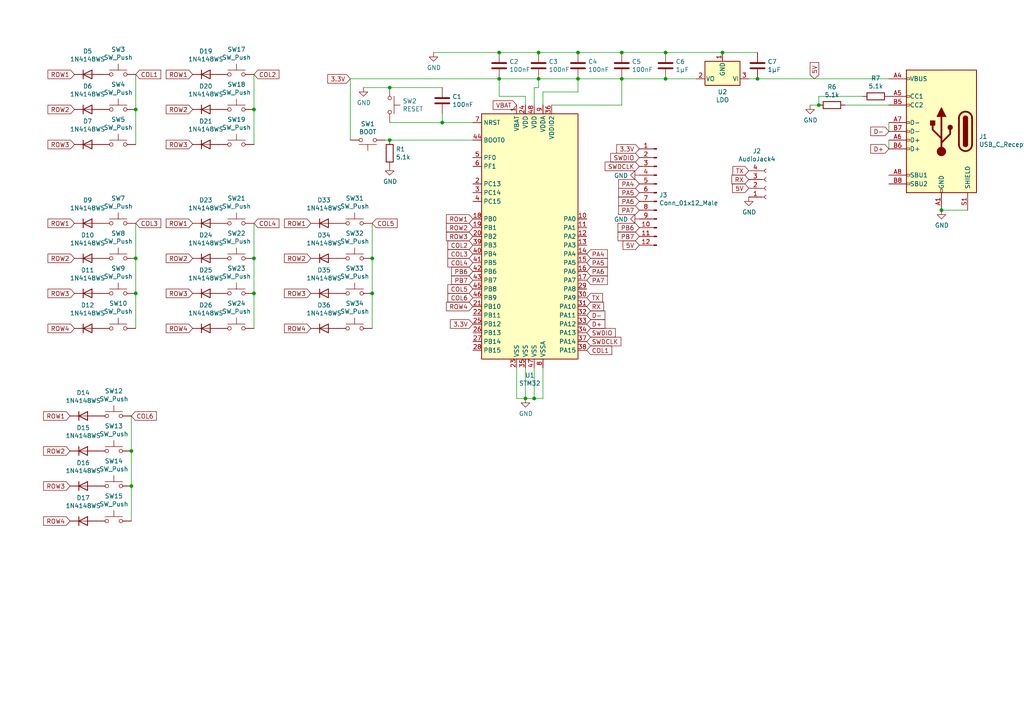
<source format=kicad_sch>
(kicad_sch (version 20230121) (generator eeschema)
  (paper "A4")
  (lib_symbols
    (symbol "Device:C" (pin_numbers hide) (pin_names (offset 0.254))
      (property "Reference" "C" (at 0.635 2.54 0))
      (property "Value" "C" (at 0.635 -2.54 0))
      (symbol "C_0_1"
        (polyline (pts (xy -2.032 -0.762) (xy 2.032 -0.762)) (stroke (width 0.508)))
        (polyline (pts (xy -2.032 0.762) (xy 2.032 0.762)) (stroke (width 0.508)))
      )
      (symbol "C_1_1"
        (pin passive line (at 0 3.81 270) (length 2.794) (name "~") (number "1"))
        (pin passive line (at 0 -3.81 90) (length 2.794) (name "~") (number "2"))
      )
    )
    (symbol "Device:R" (pin_numbers hide) (pin_names (offset 0))
      (property "Reference" "R" (at 2.032 0 90))
      (property "Value" "R" (at 0 0 90))
      (symbol "R_0_1"
        (rectangle (start -1.016 -2.54) (end 1.016 2.54) (stroke (width 0.254)))
      )
      (symbol "R_1_1"
        (pin passive line (at 0 3.81 270) (length 1.27) (name "~") (number "1"))
        (pin passive line (at 0 -3.81 90) (length 1.27) (name "~") (number "2"))
      )
    )
    (symbol "Diode:1N4148WS" (pin_numbers hide) (pin_names hide)
      (property "Reference" "D" (at 0 2.54 0))
      (property "Value" "1N4148WS" (at 0 -2.54 0))
      (symbol "1N4148WS_0_1"
        (polyline (pts (xy -1.27 1.27) (xy -1.27 -1.27)) (stroke (width 0.254)))
        (polyline (pts (xy 1.27 0) (xy -1.27 0)))
        (polyline (pts (xy 1.27 1.27) (xy 1.27 -1.27) (xy -1.27 0) (xy 1.27 1.27)) (stroke (width 0.254)))
      )
      (symbol "1N4148WS_1_1"
        (pin passive line (at -3.81 0 0) (length 2.54) (name "K") (number "1"))
        (pin passive line (at 3.81 0 180) (length 2.54) (name "A") (number "2"))
      )
    )
    (symbol "Switch:SW_Push" (pin_numbers hide) (pin_names (offset 1.016) hide)
      (property "Reference" "SW" (at 1.27 2.54 0))
      (property "Value" "SW_Push" (at 0 -1.524 0))
      (symbol "SW_Push_0_1"
        (circle (center -2.032 0) (radius 0.508))
        (polyline (pts (xy 0 1.27) (xy 0 3.048)))
        (polyline (pts (xy 2.54 1.27) (xy -2.54 1.27)))
        (circle (center 2.032 0) (radius 0.508))
        (pin passive line (at -5.08 0 0) (length 2.54) (name "1") (number "1"))
        (pin passive line (at 5.08 0 180) (length 2.54) (name "2") (number "2"))
      )
    )
    (symbol "power:GND" (power) (pin_names (offset 0))
      (property "Value" "GND" (at 0 -3.81 0))
      (symbol "GND_0_1"
        (polyline (pts (xy 0 0) (xy 0 -1.27) (xy 1.27 -1.27) (xy 0 -2.54) (xy -1.27 -1.27) (xy 0 -1.27)))
      )
      (symbol "GND_1_1"
        (pin power_in line (at 0 0 270) (length 0) hide (name "GND") (number "1"))
      )
    )
    (symbol "right-rescue:Conn_01x04_Female-Connector" (pin_names (offset 1.016) hide)
      (property "Reference" "J" (at 0 5.08 0))
      (property "Value" "Connector_Conn_01x04_Female" (at 0 -7.62 0))
      (symbol "Conn_01x04_Female-Connector_1_1"
        (arc (start 0 -4.572) (mid -0.5058 -5.08) (end 0 -5.588) (stroke (width 0.1524)))
        (arc (start 0 -2.032) (mid -0.5058 -2.54) (end 0 -3.048) (stroke (width 0.1524)))
        (polyline (pts (xy -1.27 -5.08) (xy -0.508 -5.08)) (stroke (width 0.1524)))
        (polyline (pts (xy -1.27 -2.54) (xy -0.508 -2.54)) (stroke (width 0.1524)))
        (polyline (pts (xy -1.27 0) (xy -0.508 0)) (stroke (width 0.1524)))
        (polyline (pts (xy -1.27 2.54) (xy -0.508 2.54)) (stroke (width 0.1524)))
        (arc (start 0 0.508) (mid -0.5058 0) (end 0 -0.508) (stroke (width 0.1524)))
        (arc (start 0 3.048) (mid -0.5058 2.54) (end 0 2.032) (stroke (width 0.1524)))
        (pin passive line (at -5.08 2.54 0) (length 3.81) (name "Pin_1") (number "1"))
        (pin passive line (at -5.08 0 0) (length 3.81) (name "Pin_2") (number "2"))
        (pin passive line (at -5.08 -2.54 0) (length 3.81) (name "Pin_3") (number "3"))
        (pin passive line (at -5.08 -5.08 0) (length 3.81) (name "Pin_4") (number "4"))
      )
    )
    (symbol "right-rescue:Conn_01x12_Male-Connector" (pin_names (offset 1.016) hide)
      (property "Reference" "J" (at 0 15.24 0))
      (property "Value" "Connector_Conn_01x12_Male" (at 0 -17.78 0))
      (symbol "Conn_01x12_Male-Connector_1_1"
        (polyline (pts (xy 1.27 -15.24) (xy 0.8636 -15.24)) (stroke (width 0.1524)))
        (polyline (pts (xy 1.27 -12.7) (xy 0.8636 -12.7)) (stroke (width 0.1524)))
        (polyline (pts (xy 1.27 -10.16) (xy 0.8636 -10.16)) (stroke (width 0.1524)))
        (polyline (pts (xy 1.27 -7.62) (xy 0.8636 -7.62)) (stroke (width 0.1524)))
        (polyline (pts (xy 1.27 -5.08) (xy 0.8636 -5.08)) (stroke (width 0.1524)))
        (polyline (pts (xy 1.27 -2.54) (xy 0.8636 -2.54)) (stroke (width 0.1524)))
        (polyline (pts (xy 1.27 0) (xy 0.8636 0)) (stroke (width 0.1524)))
        (polyline (pts (xy 1.27 2.54) (xy 0.8636 2.54)) (stroke (width 0.1524)))
        (polyline (pts (xy 1.27 5.08) (xy 0.8636 5.08)) (stroke (width 0.1524)))
        (polyline (pts (xy 1.27 7.62) (xy 0.8636 7.62)) (stroke (width 0.1524)))
        (polyline (pts (xy 1.27 10.16) (xy 0.8636 10.16)) (stroke (width 0.1524)))
        (polyline (pts (xy 1.27 12.7) (xy 0.8636 12.7)) (stroke (width 0.1524)))
        (rectangle (start 0.8636 -15.113) (end 0 -15.367) (stroke (width 0.1524)) (fill (type outline)))
        (rectangle (start 0.8636 -12.573) (end 0 -12.827) (stroke (width 0.1524)) (fill (type outline)))
        (rectangle (start 0.8636 -10.033) (end 0 -10.287) (stroke (width 0.1524)) (fill (type outline)))
        (rectangle (start 0.8636 -7.493) (end 0 -7.747) (stroke (width 0.1524)) (fill (type outline)))
        (rectangle (start 0.8636 -4.953) (end 0 -5.207) (stroke (width 0.1524)) (fill (type outline)))
        (rectangle (start 0.8636 -2.413) (end 0 -2.667) (stroke (width 0.1524)) (fill (type outline)))
        (rectangle (start 0.8636 0.127) (end 0 -0.127) (stroke (width 0.1524)) (fill (type outline)))
        (rectangle (start 0.8636 2.667) (end 0 2.413) (stroke (width 0.1524)) (fill (type outline)))
        (rectangle (start 0.8636 5.207) (end 0 4.953) (stroke (width 0.1524)) (fill (type outline)))
        (rectangle (start 0.8636 7.747) (end 0 7.493) (stroke (width 0.1524)) (fill (type outline)))
        (rectangle (start 0.8636 10.287) (end 0 10.033) (stroke (width 0.1524)) (fill (type outline)))
        (rectangle (start 0.8636 12.827) (end 0 12.573) (stroke (width 0.1524)) (fill (type outline)))
        (pin passive line (at 5.08 12.7 180) (length 3.81) (name "Pin_1") (number "1"))
        (pin passive line (at 5.08 -10.16 180) (length 3.81) (name "Pin_10") (number "10"))
        (pin passive line (at 5.08 -12.7 180) (length 3.81) (name "Pin_11") (number "11"))
        (pin passive line (at 5.08 -15.24 180) (length 3.81) (name "Pin_12") (number "12"))
        (pin passive line (at 5.08 10.16 180) (length 3.81) (name "Pin_2") (number "2"))
        (pin passive line (at 5.08 7.62 180) (length 3.81) (name "Pin_3") (number "3"))
        (pin passive line (at 5.08 5.08 180) (length 3.81) (name "Pin_4") (number "4"))
        (pin passive line (at 5.08 2.54 180) (length 3.81) (name "Pin_5") (number "5"))
        (pin passive line (at 5.08 0 180) (length 3.81) (name "Pin_6") (number "6"))
        (pin passive line (at 5.08 -2.54 180) (length 3.81) (name "Pin_7") (number "7"))
        (pin passive line (at 5.08 -5.08 180) (length 3.81) (name "Pin_8") (number "8"))
        (pin passive line (at 5.08 -7.62 180) (length 3.81) (name "Pin_9") (number "9"))
      )
    )
    (symbol "right-rescue:MCP1703A-3302_SOT23-Regulator_Linear" (pin_names (offset 0.254))
      (property "Reference" "U" (at -3.81 3.175 0))
      (property "Value" "Regulator_Linear_MCP1703A-3302_SOT23" (at 0 3.175 0))
      (symbol "MCP1703A-3302_SOT23-Regulator_Linear_0_1"
        (rectangle (start -5.08 -5.08) (end 5.08 1.905) (stroke (width 0.254)) (fill (type background)))
      )
      (symbol "MCP1703A-3302_SOT23-Regulator_Linear_1_1"
        (pin power_in line (at 0 -7.62 90) (length 2.54) (name "GND") (number "1"))
        (pin power_out line (at 7.62 0 180) (length 2.54) (name "VO") (number "2"))
        (pin power_in line (at -7.62 0 0) (length 2.54) (name "VI") (number "3"))
      )
    )
    (symbol "right-rescue:STM32F072CBTx-MCU_ST_STM32F0"
      (property "Reference" "U" (at -15.24 36.83 0))
      (property "Value" "MCU_ST_STM32F0_STM32F072CBTx" (at 7.62 36.83 0))
      (symbol "STM32F072CBTx-MCU_ST_STM32F0_0_1"
        (rectangle (start -15.24 -35.56) (end 12.7 35.56) (stroke (width 0.254)) (fill (type background)))
      )
      (symbol "STM32F072CBTx-MCU_ST_STM32F0_1_1"
        (pin power_in line (at -5.08 38.1 270) (length 2.54) (name "VBAT") (number "1"))
        (pin bidirectional line (at 15.24 5.08 180) (length 2.54) (name "PA0") (number "10"))
        (pin bidirectional line (at 15.24 2.54 180) (length 2.54) (name "PA1") (number "11"))
        (pin bidirectional line (at 15.24 0 180) (length 2.54) (name "PA2") (number "12"))
        (pin bidirectional line (at 15.24 -2.54 180) (length 2.54) (name "PA3") (number "13"))
        (pin bidirectional line (at 15.24 -5.08 180) (length 2.54) (name "PA4") (number "14"))
        (pin bidirectional line (at 15.24 -7.62 180) (length 2.54) (name "PA5") (number "15"))
        (pin bidirectional line (at 15.24 -10.16 180) (length 2.54) (name "PA6") (number "16"))
        (pin bidirectional line (at 15.24 -12.7 180) (length 2.54) (name "PA7") (number "17"))
        (pin bidirectional line (at -17.78 5.08 0) (length 2.54) (name "PB0") (number "18"))
        (pin bidirectional line (at -17.78 2.54 0) (length 2.54) (name "PB1") (number "19"))
        (pin bidirectional line (at -17.78 15.24 0) (length 2.54) (name "PC13") (number "2"))
        (pin bidirectional line (at -17.78 0 0) (length 2.54) (name "PB2") (number "20"))
        (pin bidirectional line (at -17.78 -20.32 0) (length 2.54) (name "PB10") (number "21"))
        (pin bidirectional line (at -17.78 -22.86 0) (length 2.54) (name "PB11") (number "22"))
        (pin power_in line (at -5.08 -38.1 90) (length 2.54) (name "VSS") (number "23"))
        (pin power_in line (at -2.54 38.1 270) (length 2.54) (name "VDD") (number "24"))
        (pin bidirectional line (at -17.78 -25.4 0) (length 2.54) (name "PB12") (number "25"))
        (pin bidirectional line (at -17.78 -27.94 0) (length 2.54) (name "PB13") (number "26"))
        (pin bidirectional line (at -17.78 -30.48 0) (length 2.54) (name "PB14") (number "27"))
        (pin bidirectional line (at -17.78 -33.02 0) (length 2.54) (name "PB15") (number "28"))
        (pin bidirectional line (at 15.24 -15.24 180) (length 2.54) (name "PA8") (number "29"))
        (pin bidirectional line (at -17.78 12.7 0) (length 2.54) (name "PC14") (number "3"))
        (pin bidirectional line (at 15.24 -17.78 180) (length 2.54) (name "PA9") (number "30"))
        (pin bidirectional line (at 15.24 -20.32 180) (length 2.54) (name "PA10") (number "31"))
        (pin bidirectional line (at 15.24 -22.86 180) (length 2.54) (name "PA11") (number "32"))
        (pin bidirectional line (at 15.24 -25.4 180) (length 2.54) (name "PA12") (number "33"))
        (pin bidirectional line (at 15.24 -27.94 180) (length 2.54) (name "PA13") (number "34"))
        (pin power_in line (at -2.54 -38.1 90) (length 2.54) (name "VSS") (number "35"))
        (pin power_in line (at 5.08 38.1 270) (length 2.54) (name "VDDIO2") (number "36"))
        (pin bidirectional line (at 15.24 -30.48 180) (length 2.54) (name "PA14") (number "37"))
        (pin bidirectional line (at 15.24 -33.02 180) (length 2.54) (name "PA15") (number "38"))
        (pin bidirectional line (at -17.78 -2.54 0) (length 2.54) (name "PB3") (number "39"))
        (pin bidirectional line (at -17.78 10.16 0) (length 2.54) (name "PC15") (number "4"))
        (pin bidirectional line (at -17.78 -5.08 0) (length 2.54) (name "PB4") (number "40"))
        (pin bidirectional line (at -17.78 -7.62 0) (length 2.54) (name "PB5") (number "41"))
        (pin bidirectional line (at -17.78 -10.16 0) (length 2.54) (name "PB6") (number "42"))
        (pin bidirectional line (at -17.78 -12.7 0) (length 2.54) (name "PB7") (number "43"))
        (pin input line (at -17.78 27.94 0) (length 2.54) (name "BOOT0") (number "44"))
        (pin bidirectional line (at -17.78 -15.24 0) (length 2.54) (name "PB8") (number "45"))
        (pin bidirectional line (at -17.78 -17.78 0) (length 2.54) (name "PB9") (number "46"))
        (pin power_in line (at 0 -38.1 90) (length 2.54) (name "VSS") (number "47"))
        (pin power_in line (at 0 38.1 270) (length 2.54) (name "VDD") (number "48"))
        (pin input line (at -17.78 22.86 0) (length 2.54) (name "PF0") (number "5"))
        (pin input line (at -17.78 20.32 0) (length 2.54) (name "PF1") (number "6"))
        (pin input line (at -17.78 33.02 0) (length 2.54) (name "NRST") (number "7"))
        (pin power_in line (at 2.54 -38.1 90) (length 2.54) (name "VSSA") (number "8"))
        (pin power_in line (at 2.54 38.1 270) (length 2.54) (name "VDDA") (number "9"))
      )
    )
    (symbol "right-rescue:USB_C_Receptacle_USB2.0-Connector" (pin_names (offset 1.016))
      (property "Reference" "J" (at -10.16 19.05 0))
      (property "Value" "Connector_USB_C_Receptacle_USB2.0" (at 19.05 19.05 0))
      (symbol "USB_C_Receptacle_USB2.0-Connector_0_0"
        (rectangle (start -0.254 -17.78) (end 0.254 -16.764))
        (rectangle (start 10.16 -14.986) (end 9.144 -15.494))
        (rectangle (start 10.16 -12.446) (end 9.144 -12.954))
        (rectangle (start 10.16 -4.826) (end 9.144 -5.334))
        (rectangle (start 10.16 -2.286) (end 9.144 -2.794))
        (rectangle (start 10.16 0.254) (end 9.144 -0.254))
        (rectangle (start 10.16 2.794) (end 9.144 2.286))
        (rectangle (start 10.16 7.874) (end 9.144 7.366))
        (rectangle (start 10.16 10.414) (end 9.144 9.906))
        (rectangle (start 10.16 15.494) (end 9.144 14.986))
      )
      (symbol "USB_C_Receptacle_USB2.0-Connector_0_1"
        (rectangle (start -10.16 17.78) (end 10.16 -17.78) (stroke (width 0.254)) (fill (type background)))
        (arc (start -8.89 -3.81) (mid -6.985 -5.7067) (end -5.08 -3.81) (stroke (width 0.508)))
        (arc (start -7.62 -3.81) (mid -6.985 -4.4423) (end -6.35 -3.81) (stroke (width 0.254)))
        (arc (start -7.62 -3.81) (mid -6.985 -4.4423) (end -6.35 -3.81) (stroke (width 0.254)) (fill (type outline)))
        (rectangle (start -7.62 -3.81) (end -6.35 3.81) (stroke (width 0.254)) (fill (type outline)))
        (arc (start -6.35 3.81) (mid -6.985 4.4423) (end -7.62 3.81) (stroke (width 0.254)))
        (arc (start -6.35 3.81) (mid -6.985 4.4423) (end -7.62 3.81) (stroke (width 0.254)) (fill (type outline)))
        (arc (start -5.08 3.81) (mid -6.985 5.7067) (end -8.89 3.81) (stroke (width 0.508)))
        (circle (center -2.54 1.143) (radius 0.635) (stroke (width 0.254)) (fill (type outline)))
        (circle (center 0 -5.842) (radius 1.27) (fill (type outline)))
        (polyline (pts (xy -8.89 -3.81) (xy -8.89 3.81)) (stroke (width 0.508)))
        (polyline (pts (xy -5.08 3.81) (xy -5.08 -3.81)) (stroke (width 0.508)))
        (polyline (pts (xy 0 -5.842) (xy 0 4.318)) (stroke (width 0.508)))
        (polyline (pts (xy 0 -3.302) (xy -2.54 -0.762) (xy -2.54 0.508)) (stroke (width 0.508)))
        (polyline (pts (xy 0 -2.032) (xy 2.54 0.508) (xy 2.54 1.778)) (stroke (width 0.508)))
        (polyline (pts (xy -1.27 4.318) (xy 0 6.858) (xy 1.27 4.318) (xy -1.27 4.318)) (stroke (width 0.254)) (fill (type outline)))
        (rectangle (start 1.905 1.778) (end 3.175 3.048) (stroke (width 0.254)) (fill (type outline)))
      )
      (symbol "USB_C_Receptacle_USB2.0-Connector_1_1"
        (pin power_in line (at 0 -22.86 90) (length 5.08) (name "GND") (number "A1"))
        (pin passive line (at 0 -22.86 90) (length 5.08) hide (name "GND") (number "A12"))
        (pin power_in line (at 15.24 15.24 180) (length 5.08) (name "VBUS") (number "A4"))
        (pin bidirectional line (at 15.24 10.16 180) (length 5.08) (name "CC1") (number "A5"))
        (pin bidirectional line (at 15.24 -2.54 180) (length 5.08) (name "D+") (number "A6"))
        (pin bidirectional line (at 15.24 2.54 180) (length 5.08) (name "D-") (number "A7"))
        (pin bidirectional line (at 15.24 -12.7 180) (length 5.08) (name "SBU1") (number "A8"))
        (pin passive line (at 15.24 15.24 180) (length 5.08) hide (name "VBUS") (number "A9"))
        (pin passive line (at 0 -22.86 90) (length 5.08) hide (name "GND") (number "B1"))
        (pin passive line (at 0 -22.86 90) (length 5.08) hide (name "GND") (number "B12"))
        (pin passive line (at 15.24 15.24 180) (length 5.08) hide (name "VBUS") (number "B4"))
        (pin bidirectional line (at 15.24 7.62 180) (length 5.08) (name "CC2") (number "B5"))
        (pin bidirectional line (at 15.24 -5.08 180) (length 5.08) (name "D+") (number "B6"))
        (pin bidirectional line (at 15.24 0 180) (length 5.08) (name "D-") (number "B7"))
        (pin bidirectional line (at 15.24 -15.24 180) (length 5.08) (name "SBU2") (number "B8"))
        (pin passive line (at 15.24 15.24 180) (length 5.08) hide (name "VBUS") (number "B9"))
        (pin passive line (at -7.62 -22.86 90) (length 5.08) (name "SHIELD") (number "S1"))
      )
    )
  )
  (junction (at 167.64 15.24))
  (junction (at 180.34 22.86))
  (junction (at 273.05 60.96))
  (junction (at 237.49 30.48))
  (junction (at 156.21 22.86))
  (junction (at 167.64 22.86))
  (junction (at 113.03 25.4))
  (junction (at 38.1 130.81))
  (junction (at 180.34 15.24))
  (junction (at 209.55 15.24))
  (junction (at 107.95 74.93))
  (junction (at 73.66 74.93))
  (junction (at 156.21 15.24))
  (junction (at 39.37 31.75))
  (junction (at 73.66 85.09))
  (junction (at 154.94 115.57))
  (junction (at 73.66 31.75))
  (junction (at 39.37 74.93))
  (junction (at 39.37 85.09))
  (junction (at 152.4 115.57))
  (junction (at 219.71 22.86))
  (junction (at 193.04 22.86))
  (junction (at 38.1 140.97))
  (junction (at 144.78 22.86))
  (junction (at 113.03 40.64))
  (junction (at 193.04 15.24))
  (junction (at 107.95 85.09))
  (junction (at 128.27 35.56))
  (junction (at 144.78 15.24))
  (wire (pts (xy 180.34 22.86) (xy 193.04 22.86)))
  (wire (pts (xy 219.71 15.24) (xy 209.55 15.24)))
  (wire (pts (xy 180.34 30.48) (xy 180.34 22.86)))
  (wire (pts (xy 257.81 35.56) (xy 257.81 38.1)))
  (wire (pts (xy 113.03 25.4) (xy 128.27 25.4)))
  (wire (pts (xy 193.04 22.86) (xy 201.93 22.86)))
  (wire (pts (xy 128.27 35.56) (xy 128.27 33.02)))
  (wire (pts (xy 154.94 25.4) (xy 156.21 25.4)))
  (wire (pts (xy 157.48 26.67) (xy 157.48 30.48)))
  (wire (pts (xy 73.66 85.09) (xy 73.66 95.25)))
  (wire (pts (xy 152.4 27.94) (xy 144.78 27.94)))
  (wire (pts (xy 38.1 130.81) (xy 38.1 140.97)))
  (wire (pts (xy 113.03 25.4) (xy 105.41 25.4)))
  (wire (pts (xy 144.78 22.86) (xy 156.21 22.86)))
  (wire (pts (xy 149.86 106.68) (xy 149.86 115.57)))
  (wire (pts (xy 101.6 22.86) (xy 144.78 22.86)))
  (wire (pts (xy 156.21 25.4) (xy 156.21 22.86)))
  (wire (pts (xy 73.66 74.93) (xy 73.66 85.09)))
  (wire (pts (xy 257.81 22.86) (xy 219.71 22.86)))
  (wire (pts (xy 237.49 27.94) (xy 237.49 30.48)))
  (wire (pts (xy 137.16 35.56) (xy 128.27 35.56)))
  (wire (pts (xy 113.03 35.56) (xy 128.27 35.56)))
  (wire (pts (xy 193.04 15.24) (xy 209.55 15.24)))
  (wire (pts (xy 154.94 30.48) (xy 154.94 25.4)))
  (wire (pts (xy 149.86 115.57) (xy 152.4 115.57)))
  (wire (pts (xy 156.21 22.86) (xy 167.64 22.86)))
  (wire (pts (xy 167.64 26.67) (xy 157.48 26.67)))
  (wire (pts (xy 245.11 30.48) (xy 257.81 30.48)))
  (wire (pts (xy 234.95 30.48) (xy 237.49 30.48)))
  (wire (pts (xy 73.66 21.59) (xy 73.66 31.75)))
  (wire (pts (xy 113.03 40.64) (xy 137.16 40.64)))
  (wire (pts (xy 38.1 140.97) (xy 38.1 151.13)))
  (wire (pts (xy 250.19 27.94) (xy 237.49 27.94)))
  (wire (pts (xy 125.73 15.24) (xy 144.78 15.24)))
  (wire (pts (xy 107.95 85.09) (xy 107.95 95.25)))
  (wire (pts (xy 167.64 22.86) (xy 180.34 22.86)))
  (wire (pts (xy 257.81 40.64) (xy 257.81 43.18)))
  (wire (pts (xy 38.1 120.65) (xy 38.1 130.81)))
  (wire (pts (xy 157.48 115.57) (xy 154.94 115.57)))
  (wire (pts (xy 160.02 30.48) (xy 180.34 30.48)))
  (wire (pts (xy 111.76 40.64) (xy 113.03 40.64)))
  (wire (pts (xy 107.95 74.93) (xy 107.95 85.09)))
  (wire (pts (xy 219.71 22.86) (xy 217.17 22.86)))
  (wire (pts (xy 39.37 31.75) (xy 39.37 41.91)))
  (wire (pts (xy 73.66 31.75) (xy 73.66 41.91)))
  (wire (pts (xy 107.95 64.77) (xy 107.95 74.93)))
  (wire (pts (xy 180.34 15.24) (xy 193.04 15.24)))
  (wire (pts (xy 167.64 15.24) (xy 180.34 15.24)))
  (wire (pts (xy 39.37 64.77) (xy 39.37 74.93)))
  (wire (pts (xy 154.94 106.68) (xy 154.94 115.57)))
  (wire (pts (xy 157.48 106.68) (xy 157.48 115.57)))
  (wire (pts (xy 39.37 21.59) (xy 39.37 31.75)))
  (wire (pts (xy 39.37 85.09) (xy 39.37 95.25)))
  (wire (pts (xy 280.67 60.96) (xy 273.05 60.96)))
  (wire (pts (xy 73.66 64.77) (xy 73.66 74.93)))
  (wire (pts (xy 156.21 15.24) (xy 167.64 15.24)))
  (wire (pts (xy 152.4 106.68) (xy 152.4 115.57)))
  (wire (pts (xy 144.78 15.24) (xy 156.21 15.24)))
  (wire (pts (xy 144.78 27.94) (xy 144.78 22.86)))
  (wire (pts (xy 101.6 40.64) (xy 101.6 22.86)))
  (wire (pts (xy 39.37 74.93) (xy 39.37 85.09)))
  (wire (pts (xy 154.94 115.57) (xy 152.4 115.57)))
  (wire (pts (xy 152.4 30.48) (xy 152.4 27.94)))
  (wire (pts (xy 167.64 22.86) (xy 167.64 26.67)))
  (global_label "ROW2" (shape input) (at 21.59 31.75 180) (property "Intersheetrefs" "${INTERSHEET_REFS}" (effects hide)))
  (global_label "ROW3" (shape input) (at 90.17 85.09 180) (property "Intersheetrefs" "${INTERSHEET_REFS}" (effects hide)))
  (global_label "COL2" (shape input) (at 137.16 71.12 180) (property "Intersheetrefs" "${INTERSHEET_REFS}" (effects hide)))
  (global_label "RX" (shape input) (at 170.18 88.9 0) (property "Intersheetrefs" "${INTERSHEET_REFS}" (effects hide)))
  (global_label "ROW3" (shape input) (at 137.16 68.58 180) (property "Intersheetrefs" "${INTERSHEET_REFS}" (effects hide)))
  (global_label "5V" (shape input) (at 236.22 22.86 90) (property "Intersheetrefs" "${INTERSHEET_REFS}" (effects hide)))
  (global_label "ROW1" (shape input) (at 20.32 120.65 180) (property "Intersheetrefs" "${INTERSHEET_REFS}" (effects hide)))
  (global_label "3.3V" (shape input) (at 101.6 22.86 180) (property "Intersheetrefs" "${INTERSHEET_REFS}" (effects hide)))
  (global_label "SWDCLK" (shape input) (at 170.18 99.06 0) (property "Intersheetrefs" "${INTERSHEET_REFS}" (effects hide)))
  (global_label "ROW1" (shape input) (at 137.16 63.5 180) (property "Intersheetrefs" "${INTERSHEET_REFS}" (effects hide)))
  (global_label "ROW3" (shape input) (at 55.88 85.09 180) (property "Intersheetrefs" "${INTERSHEET_REFS}" (effects hide)))
  (global_label "D-" (shape input) (at 257.81 38.1 180) (property "Intersheetrefs" "${INTERSHEET_REFS}" (effects hide)))
  (global_label "ROW1" (shape input) (at 55.88 21.59 180) (property "Intersheetrefs" "${INTERSHEET_REFS}" (effects hide)))
  (global_label "D+" (shape input) (at 257.81 43.18 180) (property "Intersheetrefs" "${INTERSHEET_REFS}" (effects hide)))
  (global_label "3.3V" (shape input) (at 137.16 93.98 180) (property "Intersheetrefs" "${INTERSHEET_REFS}" (effects hide)))
  (global_label "PB7" (shape input) (at 185.42 68.58 180) (property "Intersheetrefs" "${INTERSHEET_REFS}" (effects hide)))
  (global_label "ROW2" (shape input) (at 21.59 74.93 180) (property "Intersheetrefs" "${INTERSHEET_REFS}" (effects hide)))
  (global_label "COL6" (shape input) (at 137.16 86.36 180) (property "Intersheetrefs" "${INTERSHEET_REFS}" (effects hide)))
  (global_label "PA6" (shape input) (at 185.42 58.42 180) (property "Intersheetrefs" "${INTERSHEET_REFS}" (effects hide)))
  (global_label "PB6" (shape input) (at 185.42 66.04 180) (property "Intersheetrefs" "${INTERSHEET_REFS}" (effects hide)))
  (global_label "COL6" (shape input) (at 38.1 120.65 0) (property "Intersheetrefs" "${INTERSHEET_REFS}" (effects hide)))
  (global_label "COL3" (shape input) (at 137.16 73.66 180) (property "Intersheetrefs" "${INTERSHEET_REFS}" (effects hide)))
  (global_label "COL1" (shape input) (at 170.18 101.6 0) (property "Intersheetrefs" "${INTERSHEET_REFS}" (effects hide)))
  (global_label "PA4" (shape input) (at 170.18 73.66 0) (property "Intersheetrefs" "${INTERSHEET_REFS}" (effects hide)))
  (global_label "COL5" (shape input) (at 137.16 83.82 180) (property "Intersheetrefs" "${INTERSHEET_REFS}" (effects hide)))
  (global_label "5V" (shape input) (at 217.17 54.61 180) (property "Intersheetrefs" "${INTERSHEET_REFS}" (effects hide)))
  (global_label "ROW3" (shape input) (at 20.32 140.97 180) (property "Intersheetrefs" "${INTERSHEET_REFS}" (effects hide)))
  (global_label "3.3V" (shape input) (at 185.42 43.18 180) (property "Intersheetrefs" "${INTERSHEET_REFS}" (effects hide)))
  (global_label "SWDCLK" (shape input) (at 185.42 48.26 180) (property "Intersheetrefs" "${INTERSHEET_REFS}" (effects hide)))
  (global_label "ROW2" (shape input) (at 90.17 74.93 180) (property "Intersheetrefs" "${INTERSHEET_REFS}" (effects hide)))
  (global_label "ROW3" (shape input) (at 21.59 85.09 180) (property "Intersheetrefs" "${INTERSHEET_REFS}" (effects hide)))
  (global_label "ROW4" (shape input) (at 90.17 95.25 180) (property "Intersheetrefs" "${INTERSHEET_REFS}" (effects hide)))
  (global_label "ROW1" (shape input) (at 21.59 21.59 180) (property "Intersheetrefs" "${INTERSHEET_REFS}" (effects hide)))
  (global_label "ROW2" (shape input) (at 137.16 66.04 180) (property "Intersheetrefs" "${INTERSHEET_REFS}" (effects hide)))
  (global_label "COL4" (shape input) (at 137.16 76.2 180) (property "Intersheetrefs" "${INTERSHEET_REFS}" (effects hide)))
  (global_label "COL3" (shape input) (at 39.37 64.77 0) (property "Intersheetrefs" "${INTERSHEET_REFS}" (effects hide)))
  (global_label "ROW2" (shape input) (at 20.32 130.81 180) (property "Intersheetrefs" "${INTERSHEET_REFS}" (effects hide)))
  (global_label "ROW2" (shape input) (at 55.88 31.75 180) (property "Intersheetrefs" "${INTERSHEET_REFS}" (effects hide)))
  (global_label "PA5" (shape input) (at 185.42 55.88 180) (property "Intersheetrefs" "${INTERSHEET_REFS}" (effects hide)))
  (global_label "SWDIO" (shape input) (at 170.18 96.52 0) (property "Intersheetrefs" "${INTERSHEET_REFS}" (effects hide)))
  (global_label "ROW4" (shape input) (at 21.59 95.25 180) (property "Intersheetrefs" "${INTERSHEET_REFS}" (effects hide)))
  (global_label "PA7" (shape input) (at 170.18 81.28 0) (property "Intersheetrefs" "${INTERSHEET_REFS}" (effects hide)))
  (global_label "ROW3" (shape input) (at 21.59 41.91 180) (property "Intersheetrefs" "${INTERSHEET_REFS}" (effects hide)))
  (global_label "ROW4" (shape input) (at 137.16 88.9 180) (property "Intersheetrefs" "${INTERSHEET_REFS}" (effects hide)))
  (global_label "ROW1" (shape input) (at 55.88 64.77 180) (property "Intersheetrefs" "${INTERSHEET_REFS}" (effects hide)))
  (global_label "D-" (shape input) (at 170.18 91.44 0) (property "Intersheetrefs" "${INTERSHEET_REFS}" (effects hide)))
  (global_label "COL2" (shape input) (at 73.66 21.59 0) (property "Intersheetrefs" "${INTERSHEET_REFS}" (effects hide)))
  (global_label "ROW1" (shape input) (at 21.59 64.77 180) (property "Intersheetrefs" "${INTERSHEET_REFS}" (effects hide)))
  (global_label "ROW4" (shape input) (at 55.88 95.25 180) (property "Intersheetrefs" "${INTERSHEET_REFS}" (effects hide)))
  (global_label "VBAT" (shape input) (at 149.86 30.48 180) (property "Intersheetrefs" "${INTERSHEET_REFS}" (effects hide)))
  (global_label "TX" (shape input) (at 170.18 86.36 0) (property "Intersheetrefs" "${INTERSHEET_REFS}" (effects hide)))
  (global_label "ROW3" (shape input) (at 55.88 41.91 180) (property "Intersheetrefs" "${INTERSHEET_REFS}" (effects hide)))
  (global_label "COL5" (shape input) (at 107.95 64.77 0) (property "Intersheetrefs" "${INTERSHEET_REFS}" (effects hide)))
  (global_label "TX" (shape input) (at 217.17 49.53 180) (property "Intersheetrefs" "${INTERSHEET_REFS}" (effects hide)))
  (global_label "PA6" (shape input) (at 170.18 78.74 0) (property "Intersheetrefs" "${INTERSHEET_REFS}" (effects hide)))
  (global_label "COL4" (shape input) (at 73.66 64.77 0) (property "Intersheetrefs" "${INTERSHEET_REFS}" (effects hide)))
  (global_label "5V" (shape input) (at 185.42 71.12 180) (property "Intersheetrefs" "${INTERSHEET_REFS}" (effects hide)))
  (global_label "COL1" (shape input) (at 39.37 21.59 0) (property "Intersheetrefs" "${INTERSHEET_REFS}" (effects hide)))
  (global_label "ROW1" (shape input) (at 90.17 64.77 180) (property "Intersheetrefs" "${INTERSHEET_REFS}" (effects hide)))
  (global_label "ROW2" (shape input) (at 55.88 74.93 180) (property "Intersheetrefs" "${INTERSHEET_REFS}" (effects hide)))
  (global_label "PA5" (shape input) (at 170.18 76.2 0) (property "Intersheetrefs" "${INTERSHEET_REFS}" (effects hide)))
  (global_label "SWDIO" (shape input) (at 185.42 45.72 180) (property "Intersheetrefs" "${INTERSHEET_REFS}" (effects hide)))
  (global_label "PA4" (shape input) (at 185.42 53.34 180) (property "Intersheetrefs" "${INTERSHEET_REFS}" (effects hide)))
  (global_label "RX" (shape input) (at 217.17 52.07 180) (property "Intersheetrefs" "${INTERSHEET_REFS}" (effects hide)))
  (global_label "ROW4" (shape input) (at 20.32 151.13 180) (property "Intersheetrefs" "${INTERSHEET_REFS}" (effects hide)))
  (global_label "PB6" (shape input) (at 137.16 78.74 180) (property "Intersheetrefs" "${INTERSHEET_REFS}" (effects hide)))
  (global_label "D+" (shape input) (at 170.18 93.98 0) (property "Intersheetrefs" "${INTERSHEET_REFS}" (effects hide)))
  (global_label "PB7" (shape input) (at 137.16 81.28 180) (property "Intersheetrefs" "${INTERSHEET_REFS}" (effects hide)))
  (global_label "PA7" (shape input) (at 185.42 60.96 180) (property "Intersheetrefs" "${INTERSHEET_REFS}" (effects hide)))
  (symbol (lib_id "right-rescue:STM32F072CBTx-MCU_ST_STM32F0") (at 154.94 68.58 0) (unit 1)
    (property "Reference" "U1" (at 153.67 108.8644 0))
    (property "Value" "STM32" (at 153.67 111.1758 0))
    (property "Footprint" "Package_QFP:LQFP-48_7x7mm_P0.5mm" (effects hide))
    (property "Datasheet" "http://www.st.com/st-web-ui/static/active/en/resource/technical/document/datasheet/DM00090510.pdf" (effects hide))
    (property "JLCPCB Part #" "C8734" (effects hide))
  )
  (symbol (lib_id "Device:C") (at 144.78 19.05 0) (unit 1)
    (property "Reference" "C2" (at 147.701 17.8816 0) (effects (justify left)))
    (property "Value" "100nF" (at 147.701 20.193 0) (effects (justify left)))
    (property "Footprint" "0805" (effects hide))
    (property "JLC" "C49678" (effects hide))
    (property "JLCPCB Part #" "C49678" (effects hide))
  )
  (symbol (lib_id "Device:C") (at 156.21 19.05 0) (unit 1)
    (property "Reference" "C3" (at 159.131 17.8816 0) (effects (justify left)))
    (property "Value" "100nF" (at 159.131 20.193 0) (effects (justify left)))
    (property "Footprint" "0805" (effects hide))
    (property "JLC" "C49678" (effects hide))
    (property "JLCPCB Part #" "C49678" (effects hide))
  )
  (symbol (lib_id "Device:C") (at 167.64 19.05 0) (unit 1)
    (property "Reference" "C4" (at 170.561 17.8816 0) (effects (justify left)))
    (property "Value" "100nF" (at 170.561 20.193 0) (effects (justify left)))
    (property "Footprint" "0805" (effects hide))
    (property "JLC" "C49678" (effects hide))
    (property "JLCPCB Part #" "C49678" (effects hide))
  )
  (symbol (lib_id "Device:C") (at 180.34 19.05 0) (unit 1)
    (property "Reference" "C5" (at 183.261 17.8816 0) (effects (justify left)))
    (property "Value" "100nF" (at 183.261 20.193 0) (effects (justify left)))
    (property "Footprint" "0805" (effects hide))
    (property "JLC" "C49678" (effects hide))
    (property "JLCPCB Part #" "C49678" (effects hide))
  )
  (symbol (lib_id "Device:C") (at 219.71 19.05 0) (unit 1)
    (property "Reference" "C7" (at 222.631 17.8816 0) (effects (justify left)))
    (property "Value" "1µF" (at 222.631 20.193 0) (effects (justify left)))
    (property "Footprint" "0805" (effects hide))
    (property "JLC" "C28323" (effects hide))
    (property "JLCPCB Part #" "C28323" (effects hide))
  )
  (symbol (lib_id "power:GND") (at 152.4 115.57 0) (unit 1)
    (property "Reference" "#PWR0101" (effects hide))
    (property "Value" "GND" (at 152.527 119.9642 0))
  )
  (symbol (lib_id "power:GND") (at 125.73 15.24 0) (unit 1)
    (property "Reference" "#PWR0102" (effects hide))
    (property "Value" "GND" (at 125.857 19.6342 0))
  )
  (symbol (lib_id "Device:C") (at 128.27 29.21 0) (unit 1)
    (property "Reference" "C1" (at 131.191 28.0416 0) (effects (justify left)))
    (property "Value" "100nF" (at 131.191 30.353 0) (effects (justify left)))
    (property "Footprint" "0805" (effects hide))
    (property "JLC" "C49678" (effects hide))
    (property "JLCPCB Part #" "C49678" (effects hide))
  )
  (symbol (lib_id "Switch:SW_Push") (at 113.03 30.48 270) (unit 1) (in_bom no)
    (property "Reference" "SW2" (at 116.7892 29.3116 90) (effects (justify left)))
    (property "Value" "RESET" (at 116.7892 31.623 90) (effects (justify left)))
    (property "Footprint" "Button_Switch_SMD:SW_SPST_CK_RS282G05A3" (effects hide))
  )
  (symbol (lib_id "power:GND") (at 105.41 25.4 0) (unit 1)
    (property "Reference" "#PWR0103" (effects hide))
    (property "Value" "GND" (at 105.537 29.7942 0))
  )
  (symbol (lib_id "Switch:SW_Push") (at 106.68 40.64 180) (unit 1) (in_bom no)
    (property "Reference" "SW1" (at 106.68 35.941 0))
    (property "Value" "BOOT" (at 106.68 38.2524 0))
    (property "Footprint" "Button_Switch_SMD:SW_SPST_CK_RS282G05A3" (effects hide))
  )
  (symbol (lib_id "Device:R") (at 113.03 44.45 0) (unit 1)
    (property "Reference" "R1" (at 114.808 43.2816 0) (effects (justify left)))
    (property "Value" "5.1k" (at 114.808 45.593 0) (effects (justify left)))
    (property "Footprint" "0805" (effects hide))
    (property "JLC" "C27834" (effects hide))
    (property "JLCPCB Part #" "C27834" (effects hide))
  )
  (symbol (lib_id "power:GND") (at 113.03 48.26 0) (unit 1)
    (property "Reference" "#PWR0104" (effects hide))
    (property "Value" "GND" (at 113.157 52.6542 0))
  )
  (symbol (lib_id "right-rescue:MCP1703A-3302_SOT23-Regulator_Linear") (at 209.55 22.86 180) (unit 1) (in_bom no)
    (property "Reference" "U2" (at 209.55 26.67 0))
    (property "Value" "LDO" (at 209.55 28.9814 0))
    (property "Footprint" "Package_TO_SOT_SMD:SOT-23" (effects hide))
    (property "Datasheet" "http://www.ti.com/lit/ds/symlink/lm3480.pdf" (effects hide))
  )
  (symbol (lib_id "power:GND") (at 273.05 60.96 0) (unit 1)
    (property "Reference" "#PWR0105" (effects hide))
    (property "Value" "GND" (at 273.177 65.3542 0))
  )
  (symbol (lib_id "Device:R") (at 254 27.94 270) (unit 1)
    (property "Reference" "R7" (at 254 22.6822 90))
    (property "Value" "5.1k" (at 254 24.9936 90))
    (property "Footprint" "0805" (effects hide))
    (property "JLC" "C27834" (effects hide))
    (property "JLCPCB Part #" "C27834" (effects hide))
  )
  (symbol (lib_id "Device:R") (at 241.3 30.48 270) (mirror x) (unit 1)
    (property "Reference" "R6" (at 241.3 25.2222 90))
    (property "Value" "5.1k" (at 241.3 27.5336 90))
    (property "Footprint" "0805" (effects hide))
    (property "JLC" "C27834" (effects hide))
    (property "JLCPCB Part #" "C27834" (effects hide))
  )
  (symbol (lib_id "power:GND") (at 234.95 30.48 0) (unit 1)
    (property "Reference" "#PWR0106" (effects hide))
    (property "Value" "GND" (at 235.077 34.8742 0))
  )
  (symbol (lib_id "Device:C") (at 193.04 19.05 0) (unit 1)
    (property "Reference" "C6" (at 195.961 17.8816 0) (effects (justify left)))
    (property "Value" "1µF" (at 195.961 20.193 0) (effects (justify left)))
    (property "Footprint" "0805" (effects hide))
    (property "JLC" "C28323" (effects hide))
    (property "JLCPCB Part #" "C28323" (effects hide))
  )
  (symbol (lib_id "Diode:1N4148WS") (at 25.4 85.09 0) (unit 1)
    (property "Reference" "D11" (at 25.4 78.359 0))
    (property "Value" "1N4148WS" (at 25.4 80.6704 0))
    (property "Footprint" "SOD323" (effects hide))
    (property "JLC" "C2128" (effects hide))
    (property "JLCPCB Part #" "C2128" (effects hide))
  )
  (symbol (lib_id "Switch:SW_Push") (at 34.29 85.09 0) (unit 1) (in_bom no)
    (property "Reference" "SW9" (at 34.29 77.851 0))
    (property "Value" "SW_Push" (at 34.29 80.1624 0))
    (property "Footprint" "custom:CherryMX_Choc_1u" (effects hide))
  )
  (symbol (lib_id "Diode:1N4148WS") (at 25.4 95.25 0) (unit 1)
    (property "Reference" "D12" (at 25.4 88.519 0))
    (property "Value" "1N4148WS" (at 25.4 90.8304 0))
    (property "Footprint" "SOD323" (effects hide))
    (property "JLC" "C2128" (effects hide))
    (property "JLCPCB Part #" "C2128" (effects hide))
  )
  (symbol (lib_id "Switch:SW_Push") (at 34.29 95.25 0) (unit 1) (in_bom no)
    (property "Reference" "SW10" (at 34.29 88.011 0))
    (property "Value" "SW_Push" (at 34.29 90.3224 0))
    (property "Footprint" "custom:CherryMX_Choc_1u" (effects hide))
  )
  (symbol (lib_id "Diode:1N4148WS") (at 25.4 74.93 0) (unit 1)
    (property "Reference" "D10" (at 25.4 68.199 0))
    (property "Value" "1N4148WS" (at 25.4 70.5104 0))
    (property "Footprint" "SOD323" (effects hide))
    (property "JLC" "C2128" (effects hide))
    (property "JLCPCB Part #" "C2128" (effects hide))
  )
  (symbol (lib_id "Switch:SW_Push") (at 34.29 74.93 0) (unit 1) (in_bom no)
    (property "Reference" "SW8" (at 34.29 67.691 0))
    (property "Value" "SW_Push" (at 34.29 70.0024 0))
    (property "Footprint" "custom:CherryMX_Choc_1u" (effects hide))
  )
  (symbol (lib_id "Diode:1N4148WS") (at 25.4 64.77 0) (unit 1)
    (property "Reference" "D9" (at 25.4 58.039 0))
    (property "Value" "1N4148WS" (at 25.4 60.3504 0))
    (property "Footprint" "SOD323" (effects hide))
    (property "JLC" "C2128" (effects hide))
    (property "JLCPCB Part #" "C2128" (effects hide))
  )
  (symbol (lib_id "Switch:SW_Push") (at 34.29 64.77 0) (unit 1) (in_bom no)
    (property "Reference" "SW7" (at 34.29 57.531 0))
    (property "Value" "SW_Push" (at 34.29 59.8424 0))
    (property "Footprint" "custom:CherryMX_Choc_1u" (effects hide))
  )
  (symbol (lib_id "Diode:1N4148WS") (at 59.69 85.09 0) (unit 1)
    (property "Reference" "D25" (at 59.69 78.359 0))
    (property "Value" "1N4148WS" (at 59.69 80.6704 0))
    (property "Footprint" "SOD323" (effects hide))
    (property "JLC" "C2128" (effects hide))
    (property "JLCPCB Part #" "C2128" (effects hide))
  )
  (symbol (lib_id "Switch:SW_Push") (at 68.58 85.09 0) (unit 1) (in_bom no)
    (property "Reference" "SW23" (at 68.58 77.851 0))
    (property "Value" "SW_Push" (at 68.58 80.1624 0))
    (property "Footprint" "custom:CherryMX_Choc_1u" (effects hide))
  )
  (symbol (lib_id "Diode:1N4148WS") (at 59.69 95.25 0) (unit 1)
    (property "Reference" "D26" (at 59.69 88.519 0))
    (property "Value" "1N4148WS" (at 59.69 90.8304 0))
    (property "Footprint" "SOD323" (effects hide))
    (property "JLC" "C2128" (effects hide))
    (property "JLCPCB Part #" "C2128" (effects hide))
  )
  (symbol (lib_id "Switch:SW_Push") (at 68.58 95.25 0) (unit 1) (in_bom no)
    (property "Reference" "SW24" (at 68.58 88.011 0))
    (property "Value" "SW_Push" (at 68.58 90.3224 0))
    (property "Footprint" "custom:CherryMX_Choc_1u" (effects hide))
  )
  (symbol (lib_id "Diode:1N4148WS") (at 59.69 74.93 0) (unit 1)
    (property "Reference" "D24" (at 59.69 68.199 0))
    (property "Value" "1N4148WS" (at 59.69 70.5104 0))
    (property "Footprint" "SOD323" (effects hide))
    (property "JLC" "C2128" (effects hide))
    (property "JLCPCB Part #" "C2128" (effects hide))
  )
  (symbol (lib_id "Switch:SW_Push") (at 68.58 74.93 0) (unit 1) (in_bom no)
    (property "Reference" "SW22" (at 68.58 67.691 0))
    (property "Value" "SW_Push" (at 68.58 70.0024 0))
    (property "Footprint" "custom:CherryMX_Choc_1u" (effects hide))
  )
  (symbol (lib_id "Diode:1N4148WS") (at 59.69 64.77 0) (unit 1)
    (property "Reference" "D23" (at 59.69 58.039 0))
    (property "Value" "1N4148WS" (at 59.69 60.3504 0))
    (property "Footprint" "SOD323" (effects hide))
    (property "JLC" "C2128" (effects hide))
    (property "JLCPCB Part #" "C2128" (effects hide))
  )
  (symbol (lib_id "Switch:SW_Push") (at 68.58 64.77 0) (unit 1) (in_bom no)
    (property "Reference" "SW21" (at 68.58 57.531 0))
    (property "Value" "SW_Push" (at 68.58 59.8424 0))
    (property "Footprint" "custom:CherryMX_Choc_1u" (effects hide))
  )
  (symbol (lib_id "Diode:1N4148WS") (at 93.98 85.09 0) (unit 1)
    (property "Reference" "D35" (at 93.98 78.359 0))
    (property "Value" "1N4148WS" (at 93.98 80.6704 0))
    (property "Footprint" "SOD323" (effects hide))
    (property "JLC" "C2128" (effects hide))
    (property "JLCPCB Part #" "C2128" (effects hide))
  )
  (symbol (lib_id "Switch:SW_Push") (at 102.87 85.09 0) (unit 1) (in_bom no)
    (property "Reference" "SW33" (at 102.87 77.851 0))
    (property "Value" "SW_Push" (at 102.87 80.1624 0))
    (property "Footprint" "custom:CherryMX_Choc_1u" (effects hide))
  )
  (symbol (lib_id "Diode:1N4148WS") (at 93.98 95.25 0) (unit 1)
    (property "Reference" "D36" (at 93.98 88.519 0))
    (property "Value" "1N4148WS" (at 93.98 90.8304 0))
    (property "Footprint" "SOD323" (effects hide))
    (property "JLC" "C2128" (effects hide))
    (property "JLCPCB Part #" "C2128" (effects hide))
  )
  (symbol (lib_id "Switch:SW_Push") (at 102.87 95.25 0) (unit 1) (in_bom no)
    (property "Reference" "SW34" (at 102.87 88.011 0))
    (property "Value" "SW_Push" (at 102.87 90.3224 0))
    (property "Footprint" "custom:CherryMX_Choc_1u" (effects hide))
  )
  (symbol (lib_id "Diode:1N4148WS") (at 93.98 74.93 0) (unit 1)
    (property "Reference" "D34" (at 93.98 68.199 0))
    (property "Value" "1N4148WS" (at 93.98 70.5104 0))
    (property "Footprint" "SOD323" (effects hide))
    (property "JLC" "C2128" (effects hide))
    (property "JLCPCB Part #" "C2128" (effects hide))
  )
  (symbol (lib_id "Switch:SW_Push") (at 102.87 74.93 0) (unit 1) (in_bom no)
    (property "Reference" "SW32" (at 102.87 67.691 0))
    (property "Value" "SW_Push" (at 102.87 70.0024 0))
    (property "Footprint" "custom:CherryMX_Choc_1u" (effects hide))
  )
  (symbol (lib_id "Diode:1N4148WS") (at 93.98 64.77 0) (unit 1)
    (property "Reference" "D33" (at 93.98 58.039 0))
    (property "Value" "1N4148WS" (at 93.98 60.3504 0))
    (property "Footprint" "SOD323" (effects hide))
    (property "JLC" "C2128" (effects hide))
    (property "JLCPCB Part #" "C2128" (effects hide))
  )
  (symbol (lib_id "Switch:SW_Push") (at 102.87 64.77 0) (unit 1) (in_bom no)
    (property "Reference" "SW31" (at 102.87 57.531 0))
    (property "Value" "SW_Push" (at 102.87 59.8424 0))
    (property "Footprint" "custom:CherryMX_Choc_1u" (effects hide))
  )
  (symbol (lib_id "Diode:1N4148WS") (at 25.4 41.91 0) (unit 1)
    (property "Reference" "D7" (at 25.4 35.179 0))
    (property "Value" "1N4148WS" (at 25.4 37.4904 0))
    (property "Footprint" "SOD323" (effects hide))
    (property "JLC" "C2128" (effects hide))
    (property "JLCPCB Part #" "C2128" (effects hide))
  )
  (symbol (lib_id "Switch:SW_Push") (at 34.29 41.91 0) (unit 1) (in_bom no)
    (property "Reference" "SW5" (at 34.29 34.671 0))
    (property "Value" "SW_Push" (at 34.29 36.9824 0))
    (property "Footprint" "custom:CherryMX_Choc_1u" (effects hide))
  )
  (symbol (lib_id "Diode:1N4148WS") (at 25.4 31.75 0) (unit 1)
    (property "Reference" "D6" (at 25.4 25.019 0))
    (property "Value" "1N4148WS" (at 25.4 27.3304 0))
    (property "Footprint" "SOD323" (effects hide))
    (property "JLCPCB Part #" "C2128" (effects hide))
  )
  (symbol (lib_id "Switch:SW_Push") (at 34.29 31.75 0) (unit 1) (in_bom no)
    (property "Reference" "SW4" (at 34.29 24.511 0))
    (property "Value" "SW_Push" (at 34.29 26.8224 0))
    (property "Footprint" "custom:CherryMX_Choc_1u" (effects hide))
  )
  (symbol (lib_id "Diode:1N4148WS") (at 25.4 21.59 0) (unit 1)
    (property "Reference" "D5" (at 25.4 14.859 0))
    (property "Value" "1N4148WS" (at 25.4 17.1704 0))
    (property "Footprint" "SOD323" (effects hide))
    (property "JLCPCB Part #" "C2128" (effects hide))
  )
  (symbol (lib_id "Switch:SW_Push") (at 34.29 21.59 0) (unit 1) (in_bom no)
    (property "Reference" "SW3" (at 34.29 14.351 0))
    (property "Value" "SW_Push" (at 34.29 16.6624 0))
    (property "Footprint" "custom:CherryMX_Choc_1u" (effects hide))
  )
  (symbol (lib_id "Diode:1N4148WS") (at 59.69 41.91 0) (unit 1)
    (property "Reference" "D21" (at 59.69 35.179 0))
    (property "Value" "1N4148WS" (at 59.69 37.4904 0))
    (property "Footprint" "SOD323" (effects hide))
    (property "JLC" "C2128" (effects hide))
    (property "JLCPCB Part #" "C2128" (effects hide))
  )
  (symbol (lib_id "Switch:SW_Push") (at 68.58 41.91 0) (unit 1) (in_bom no)
    (property "Reference" "SW19" (at 68.58 34.671 0))
    (property "Value" "SW_Push" (at 68.58 36.9824 0))
    (property "Footprint" "custom:CherryMX_Choc_1u" (effects hide))
  )
  (symbol (lib_id "Diode:1N4148WS") (at 59.69 31.75 0) (unit 1)
    (property "Reference" "D20" (at 59.69 25.019 0))
    (property "Value" "1N4148WS" (at 59.69 27.3304 0))
    (property "Footprint" "SOD323" (effects hide))
    (property "JLC" "C2128" (effects hide))
    (property "JLCPCB Part #" "C2128" (effects hide))
  )
  (symbol (lib_id "Switch:SW_Push") (at 68.58 31.75 0) (unit 1) (in_bom no)
    (property "Reference" "SW18" (at 68.58 24.511 0))
    (property "Value" "SW_Push" (at 68.58 26.8224 0))
    (property "Footprint" "custom:CherryMX_Choc_1u" (effects hide))
  )
  (symbol (lib_id "Diode:1N4148WS") (at 59.69 21.59 0) (unit 1)
    (property "Reference" "D19" (at 59.69 14.859 0))
    (property "Value" "1N4148WS" (at 59.69 17.1704 0))
    (property "Footprint" "SOD323" (effects hide))
    (property "JLC" "C2128" (effects hide))
    (property "JLCPCB Part #" "C2128" (effects hide))
  )
  (symbol (lib_id "Switch:SW_Push") (at 68.58 21.59 0) (unit 1) (in_bom no)
    (property "Reference" "SW17" (at 68.58 14.351 0))
    (property "Value" "SW_Push" (at 68.58 16.6624 0))
    (property "Footprint" "custom:CherryMX_Choc_1u" (effects hide))
  )
  (symbol (lib_id "Diode:1N4148WS") (at 24.13 140.97 0) (unit 1)
    (property "Reference" "D16" (at 24.13 134.239 0))
    (property "Value" "1N4148WS" (at 24.13 136.5504 0))
    (property "Footprint" "SOD323" (effects hide))
    (property "JLC" "C2128" (effects hide))
    (property "JLCPCB Part #" "C2128" (effects hide))
  )
  (symbol (lib_id "Switch:SW_Push") (at 33.02 140.97 0) (unit 1) (in_bom no)
    (property "Reference" "SW14" (at 33.02 133.731 0))
    (property "Value" "SW_Push" (at 33.02 136.0424 0))
    (property "Footprint" "custom:CherryMX_Choc_1u" (effects hide))
  )
  (symbol (lib_id "Diode:1N4148WS") (at 24.13 151.13 0) (unit 1)
    (property "Reference" "D17" (at 24.13 144.399 0))
    (property "Value" "1N4148WS" (at 24.13 146.7104 0))
    (property "Footprint" "SOD323" (effects hide))
    (property "JLC" "C2128" (effects hide))
    (property "JLCPCB Part #" "C2128" (effects hide))
  )
  (symbol (lib_id "Switch:SW_Push") (at 33.02 151.13 0) (unit 1) (in_bom no)
    (property "Reference" "SW15" (at 33.02 143.891 0))
    (property "Value" "SW_Push" (at 33.02 146.2024 0))
    (property "Footprint" "custom:CherryMX_Choc_1u" (effects hide))
  )
  (symbol (lib_id "Diode:1N4148WS") (at 24.13 130.81 0) (unit 1)
    (property "Reference" "D15" (at 24.13 124.079 0))
    (property "Value" "1N4148WS" (at 24.13 126.3904 0))
    (property "Footprint" "SOD323" (effects hide))
    (property "JLC" "C2128" (effects hide))
    (property "JLCPCB Part #" "C2128" (effects hide))
  )
  (symbol (lib_id "Switch:SW_Push") (at 33.02 130.81 0) (unit 1) (in_bom no)
    (property "Reference" "SW13" (at 33.02 123.571 0))
    (property "Value" "SW_Push" (at 33.02 125.8824 0))
    (property "Footprint" "custom:CherryMX_Choc_1u" (effects hide))
  )
  (symbol (lib_id "Diode:1N4148WS") (at 24.13 120.65 0) (unit 1)
    (property "Reference" "D14" (at 24.13 113.919 0))
    (property "Value" "1N4148WS" (at 24.13 116.2304 0))
    (property "Footprint" "SOD323" (effects hide))
    (property "JLC" "C2128" (effects hide))
    (property "JLCPCB Part #" "C2128" (effects hide))
  )
  (symbol (lib_id "Switch:SW_Push") (at 33.02 120.65 0) (unit 1) (in_bom no)
    (property "Reference" "SW12" (at 33.02 113.411 0))
    (property "Value" "SW_Push" (at 33.02 115.7224 0))
    (property "Footprint" "custom:CherryMX_Choc_1u" (effects hide))
  )
  (symbol (lib_id "right-rescue:USB_C_Receptacle_USB2.0-Connector") (at 273.05 38.1 0) (mirror y) (unit 1) (in_bom no)
    (property "Reference" "J1" (at 283.972 39.5986 0) (effects (justify right)))
    (property "Value" "USB_C_Receptacle_USB2.0" (at 283.972 41.91 0) (effects (justify right)))
    (property "Footprint" "kicad-usb:USB_C_Receptacle_HRO_TYPE-C-31-M-12" (effects hide))
    (property "Datasheet" "https://www.usb.org/sites/default/files/documents/usb_type-c.zip" (effects hide))
  )
  (symbol (lib_id "power:GND") (at 217.17 57.15 0) (unit 1)
    (property "Reference" "#PWR0107" (effects hide))
    (property "Value" "GND" (at 217.297 61.5442 0))
  )
  (symbol (lib_id "right-rescue:Conn_01x04_Female-Connector") (at 222.25 54.61 0) (mirror x) (unit 1) (in_bom no)
    (property "Reference" "J2" (at 219.5322 43.815 0))
    (property "Value" "AudioJack4" (at 219.5322 46.1264 0))
    (property "Footprint" "keebio:TRRS-PJ-320A-no-Fmask" (effects hide))
  )
  (symbol (lib_id "power:GND") (at 185.42 50.8 270) (unit 1)
    (property "Reference" "#PWR0108" (effects hide))
    (property "Value" "GND" (at 182.1688 50.927 90) (effects (justify right)))
  )
  (symbol (lib_id "right-rescue:Conn_01x12_Male-Connector") (at 190.5 55.88 0) (mirror y) (unit 1) (in_bom no)
    (property "Reference" "J3" (at 191.1858 56.5658 0) (effects (justify right)))
    (property "Value" "Conn_01x12_Male" (at 191.1858 58.8772 0) (effects (justify right)))
    (property "Footprint" "kicad-harwin:Harwin_M20-89012xx_1x12_P2.54mm_Horizontal" (effects hide))
  )
  (symbol (lib_id "power:GND") (at 185.42 63.5 270) (unit 1)
    (property "Reference" "#PWR0109" (effects hide))
    (property "Value" "GND" (at 182.1688 63.627 90) (effects (justify right)))
  )
)
</source>
